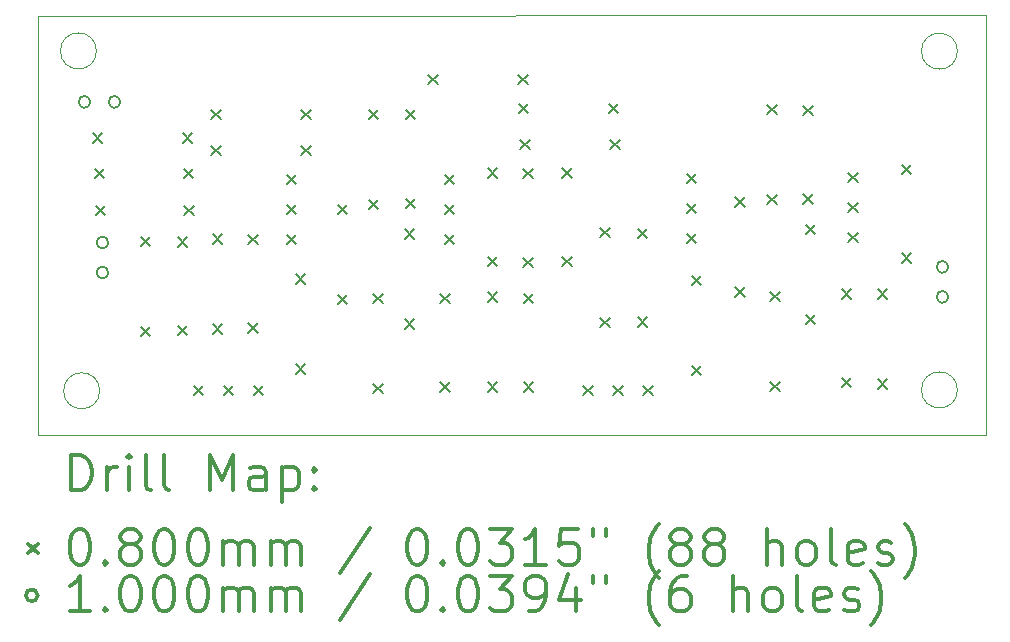
<source format=gbr>
%FSLAX45Y45*%
G04 Gerber Fmt 4.5, Leading zero omitted, Abs format (unit mm)*
G04 Created by KiCad (PCBNEW 5.1.12) date 2021-12-29 22:32:32*
%MOMM*%
%LPD*%
G01*
G04 APERTURE LIST*
%TA.AperFunction,Profile*%
%ADD10C,0.050000*%
%TD*%
%ADD11C,0.200000*%
%ADD12C,0.300000*%
G04 APERTURE END LIST*
D10*
X17627600Y-7493000D02*
G75*
G03*
X17627600Y-7493000I-152400J0D01*
G01*
X10337800Y-4622800D02*
G75*
G03*
X10337800Y-4622800I-152400J0D01*
G01*
X17627600Y-4624400D02*
G75*
G03*
X17627600Y-4624400I-152400J0D01*
G01*
X10365100Y-7500000D02*
G75*
G03*
X10365100Y-7500000I-152400J0D01*
G01*
X9842500Y-4323080D02*
X9842500Y-7874000D01*
X17868900Y-4320540D02*
X9842500Y-4323080D01*
X17868900Y-7874000D02*
X17868900Y-4320540D01*
X9842500Y-7874000D02*
X17868900Y-7874000D01*
D11*
X10307960Y-5321000D02*
X10387960Y-5401000D01*
X10387960Y-5321000D02*
X10307960Y-5401000D01*
X10325040Y-5620720D02*
X10405040Y-5700720D01*
X10405040Y-5620720D02*
X10325040Y-5700720D01*
X10330120Y-5935680D02*
X10410120Y-6015680D01*
X10410120Y-5935680D02*
X10330120Y-6015680D01*
X10714360Y-6194760D02*
X10794360Y-6274760D01*
X10794360Y-6194760D02*
X10714360Y-6274760D01*
X10714360Y-6956760D02*
X10794360Y-7036760D01*
X10794360Y-6956760D02*
X10714360Y-7036760D01*
X11024240Y-6199840D02*
X11104240Y-6279840D01*
X11104240Y-6199840D02*
X11024240Y-6279840D01*
X11024240Y-6949840D02*
X11104240Y-7029840D01*
X11104240Y-6949840D02*
X11024240Y-7029840D01*
X11069960Y-5321000D02*
X11149960Y-5401000D01*
X11149960Y-5321000D02*
X11069960Y-5401000D01*
X11075040Y-5620720D02*
X11155040Y-5700720D01*
X11155040Y-5620720D02*
X11075040Y-5700720D01*
X11080120Y-5935680D02*
X11160120Y-6015680D01*
X11160120Y-5935680D02*
X11080120Y-6015680D01*
X11160000Y-7460000D02*
X11240000Y-7540000D01*
X11240000Y-7460000D02*
X11160000Y-7540000D01*
X11308720Y-5122880D02*
X11388720Y-5202880D01*
X11388720Y-5122880D02*
X11308720Y-5202880D01*
X11308720Y-5427680D02*
X11388720Y-5507680D01*
X11388720Y-5427680D02*
X11308720Y-5507680D01*
X11323960Y-6174440D02*
X11403960Y-6254440D01*
X11403960Y-6174440D02*
X11323960Y-6254440D01*
X11323960Y-6936440D02*
X11403960Y-7016440D01*
X11403960Y-6936440D02*
X11323960Y-7016440D01*
X11414000Y-7460000D02*
X11494000Y-7540000D01*
X11494000Y-7460000D02*
X11414000Y-7540000D01*
X11623680Y-6179520D02*
X11703680Y-6259520D01*
X11703680Y-6179520D02*
X11623680Y-6259520D01*
X11623680Y-6929520D02*
X11703680Y-7009520D01*
X11703680Y-6929520D02*
X11623680Y-7009520D01*
X11668000Y-7460000D02*
X11748000Y-7540000D01*
X11748000Y-7460000D02*
X11668000Y-7540000D01*
X11948800Y-5671520D02*
X12028800Y-5751520D01*
X12028800Y-5671520D02*
X11948800Y-5751520D01*
X11948800Y-5925520D02*
X12028800Y-6005520D01*
X12028800Y-5925520D02*
X11948800Y-6005520D01*
X11948800Y-6179520D02*
X12028800Y-6259520D01*
X12028800Y-6179520D02*
X11948800Y-6259520D01*
X12025000Y-6514800D02*
X12105000Y-6594800D01*
X12105000Y-6514800D02*
X12025000Y-6594800D01*
X12025000Y-7276800D02*
X12105000Y-7356800D01*
X12105000Y-7276800D02*
X12025000Y-7356800D01*
X12070720Y-5122880D02*
X12150720Y-5202880D01*
X12150720Y-5122880D02*
X12070720Y-5202880D01*
X12070720Y-5427680D02*
X12150720Y-5507680D01*
X12150720Y-5427680D02*
X12070720Y-5507680D01*
X12380600Y-5925520D02*
X12460600Y-6005520D01*
X12460600Y-5925520D02*
X12380600Y-6005520D01*
X12380600Y-6687520D02*
X12460600Y-6767520D01*
X12460600Y-6687520D02*
X12380600Y-6767520D01*
X12644760Y-5122880D02*
X12724760Y-5202880D01*
X12724760Y-5122880D02*
X12644760Y-5202880D01*
X12644760Y-5884880D02*
X12724760Y-5964880D01*
X12724760Y-5884880D02*
X12644760Y-5964880D01*
X12680320Y-6677360D02*
X12760320Y-6757360D01*
X12760320Y-6677360D02*
X12680320Y-6757360D01*
X12680320Y-7439360D02*
X12760320Y-7519360D01*
X12760320Y-7439360D02*
X12680320Y-7519360D01*
X12949560Y-6133800D02*
X13029560Y-6213800D01*
X13029560Y-6133800D02*
X12949560Y-6213800D01*
X12949560Y-6895800D02*
X13029560Y-6975800D01*
X13029560Y-6895800D02*
X12949560Y-6975800D01*
X12954640Y-5122880D02*
X13034640Y-5202880D01*
X13034640Y-5122880D02*
X12954640Y-5202880D01*
X12954640Y-5872880D02*
X13034640Y-5952880D01*
X13034640Y-5872880D02*
X12954640Y-5952880D01*
X13147680Y-4823160D02*
X13227680Y-4903160D01*
X13227680Y-4823160D02*
X13147680Y-4903160D01*
X13249280Y-6677360D02*
X13329280Y-6757360D01*
X13329280Y-6677360D02*
X13249280Y-6757360D01*
X13249280Y-7427360D02*
X13329280Y-7507360D01*
X13329280Y-7427360D02*
X13249280Y-7507360D01*
X13286110Y-5670250D02*
X13366110Y-5750250D01*
X13366110Y-5670250D02*
X13286110Y-5750250D01*
X13286110Y-5924250D02*
X13366110Y-6004250D01*
X13366110Y-5924250D02*
X13286110Y-6004250D01*
X13286110Y-6178250D02*
X13366110Y-6258250D01*
X13366110Y-6178250D02*
X13286110Y-6258250D01*
X13650600Y-5617480D02*
X13730600Y-5697480D01*
X13730600Y-5617480D02*
X13650600Y-5697480D01*
X13650600Y-6367480D02*
X13730600Y-6447480D01*
X13730600Y-6367480D02*
X13650600Y-6447480D01*
X13650600Y-6667200D02*
X13730600Y-6747200D01*
X13730600Y-6667200D02*
X13650600Y-6747200D01*
X13650600Y-7429200D02*
X13730600Y-7509200D01*
X13730600Y-7429200D02*
X13650600Y-7509200D01*
X13909680Y-4823160D02*
X13989680Y-4903160D01*
X13989680Y-4823160D02*
X13909680Y-4903160D01*
X13914760Y-5072080D02*
X13994760Y-5152080D01*
X13994760Y-5072080D02*
X13914760Y-5152080D01*
X13924920Y-5376880D02*
X14004920Y-5456880D01*
X14004920Y-5376880D02*
X13924920Y-5456880D01*
X13950320Y-5622560D02*
X14030320Y-5702560D01*
X14030320Y-5622560D02*
X13950320Y-5702560D01*
X13950320Y-6372560D02*
X14030320Y-6452560D01*
X14030320Y-6372560D02*
X13950320Y-6452560D01*
X13955400Y-6677360D02*
X14035400Y-6757360D01*
X14035400Y-6677360D02*
X13955400Y-6757360D01*
X13955400Y-7427360D02*
X14035400Y-7507360D01*
X14035400Y-7427360D02*
X13955400Y-7507360D01*
X14280520Y-5617480D02*
X14360520Y-5697480D01*
X14360520Y-5617480D02*
X14280520Y-5697480D01*
X14280520Y-6367480D02*
X14360520Y-6447480D01*
X14360520Y-6367480D02*
X14280520Y-6447480D01*
X14460000Y-7460000D02*
X14540000Y-7540000D01*
X14540000Y-7460000D02*
X14460000Y-7540000D01*
X14603100Y-6121100D02*
X14683100Y-6201100D01*
X14683100Y-6121100D02*
X14603100Y-6201100D01*
X14603100Y-6883100D02*
X14683100Y-6963100D01*
X14683100Y-6883100D02*
X14603100Y-6963100D01*
X14676760Y-5072080D02*
X14756760Y-5152080D01*
X14756760Y-5072080D02*
X14676760Y-5152080D01*
X14686920Y-5376880D02*
X14766920Y-5456880D01*
X14766920Y-5376880D02*
X14686920Y-5456880D01*
X14714000Y-7460000D02*
X14794000Y-7540000D01*
X14794000Y-7460000D02*
X14714000Y-7540000D01*
X14920600Y-6126750D02*
X15000600Y-6206750D01*
X15000600Y-6126750D02*
X14920600Y-6206750D01*
X14920600Y-6876750D02*
X15000600Y-6956750D01*
X15000600Y-6876750D02*
X14920600Y-6956750D01*
X14968000Y-7460000D02*
X15048000Y-7540000D01*
X15048000Y-7460000D02*
X14968000Y-7540000D01*
X15334620Y-5663900D02*
X15414620Y-5743900D01*
X15414620Y-5663900D02*
X15334620Y-5743900D01*
X15334620Y-5917900D02*
X15414620Y-5997900D01*
X15414620Y-5917900D02*
X15334620Y-5997900D01*
X15334620Y-6171900D02*
X15414620Y-6251900D01*
X15414620Y-6171900D02*
X15334620Y-6251900D01*
X15377800Y-6527500D02*
X15457800Y-6607500D01*
X15457800Y-6527500D02*
X15377800Y-6607500D01*
X15377800Y-7289500D02*
X15457800Y-7369500D01*
X15457800Y-7289500D02*
X15377800Y-7369500D01*
X15746100Y-5860750D02*
X15826100Y-5940750D01*
X15826100Y-5860750D02*
X15746100Y-5940750D01*
X15746100Y-6622750D02*
X15826100Y-6702750D01*
X15826100Y-6622750D02*
X15746100Y-6702750D01*
X16019150Y-5079700D02*
X16099150Y-5159700D01*
X16099150Y-5079700D02*
X16019150Y-5159700D01*
X16019150Y-5841700D02*
X16099150Y-5921700D01*
X16099150Y-5841700D02*
X16019150Y-5921700D01*
X16044550Y-6660850D02*
X16124550Y-6740850D01*
X16124550Y-6660850D02*
X16044550Y-6740850D01*
X16044550Y-7422850D02*
X16124550Y-7502850D01*
X16124550Y-7422850D02*
X16044550Y-7502850D01*
X16323950Y-5086050D02*
X16403950Y-5166050D01*
X16403950Y-5086050D02*
X16323950Y-5166050D01*
X16323950Y-5836050D02*
X16403950Y-5916050D01*
X16403950Y-5836050D02*
X16323950Y-5916050D01*
X16343000Y-6095700D02*
X16423000Y-6175700D01*
X16423000Y-6095700D02*
X16343000Y-6175700D01*
X16343000Y-6857700D02*
X16423000Y-6937700D01*
X16423000Y-6857700D02*
X16343000Y-6937700D01*
X16647800Y-6640200D02*
X16727800Y-6720200D01*
X16727800Y-6640200D02*
X16647800Y-6720200D01*
X16647800Y-7390200D02*
X16727800Y-7470200D01*
X16727800Y-7390200D02*
X16647800Y-7470200D01*
X16704950Y-5656280D02*
X16784950Y-5736280D01*
X16784950Y-5656280D02*
X16704950Y-5736280D01*
X16704950Y-5910280D02*
X16784950Y-5990280D01*
X16784950Y-5910280D02*
X16704950Y-5990280D01*
X16704950Y-6164280D02*
X16784950Y-6244280D01*
X16784950Y-6164280D02*
X16704950Y-6244280D01*
X16952600Y-6640200D02*
X17032600Y-6720200D01*
X17032600Y-6640200D02*
X16952600Y-6720200D01*
X16952600Y-7402200D02*
X17032600Y-7482200D01*
X17032600Y-7402200D02*
X16952600Y-7482200D01*
X17155800Y-5587700D02*
X17235800Y-5667700D01*
X17235800Y-5587700D02*
X17155800Y-5667700D01*
X17155800Y-6337700D02*
X17235800Y-6417700D01*
X17235800Y-6337700D02*
X17155800Y-6417700D01*
X10286200Y-5054600D02*
G75*
G03*
X10286200Y-5054600I-50000J0D01*
G01*
X10438600Y-6244920D02*
G75*
G03*
X10438600Y-6244920I-50000J0D01*
G01*
X10438600Y-6498920D02*
G75*
G03*
X10438600Y-6498920I-50000J0D01*
G01*
X10540200Y-5054600D02*
G75*
G03*
X10540200Y-5054600I-50000J0D01*
G01*
X17550600Y-6451600D02*
G75*
G03*
X17550600Y-6451600I-50000J0D01*
G01*
X17550600Y-6705600D02*
G75*
G03*
X17550600Y-6705600I-50000J0D01*
G01*
D12*
X10126428Y-8342214D02*
X10126428Y-8042214D01*
X10197857Y-8042214D01*
X10240714Y-8056500D01*
X10269286Y-8085071D01*
X10283571Y-8113643D01*
X10297857Y-8170786D01*
X10297857Y-8213643D01*
X10283571Y-8270786D01*
X10269286Y-8299357D01*
X10240714Y-8327929D01*
X10197857Y-8342214D01*
X10126428Y-8342214D01*
X10426428Y-8342214D02*
X10426428Y-8142214D01*
X10426428Y-8199357D02*
X10440714Y-8170786D01*
X10455000Y-8156500D01*
X10483571Y-8142214D01*
X10512143Y-8142214D01*
X10612143Y-8342214D02*
X10612143Y-8142214D01*
X10612143Y-8042214D02*
X10597857Y-8056500D01*
X10612143Y-8070786D01*
X10626428Y-8056500D01*
X10612143Y-8042214D01*
X10612143Y-8070786D01*
X10797857Y-8342214D02*
X10769286Y-8327929D01*
X10755000Y-8299357D01*
X10755000Y-8042214D01*
X10955000Y-8342214D02*
X10926428Y-8327929D01*
X10912143Y-8299357D01*
X10912143Y-8042214D01*
X11297857Y-8342214D02*
X11297857Y-8042214D01*
X11397857Y-8256500D01*
X11497857Y-8042214D01*
X11497857Y-8342214D01*
X11769286Y-8342214D02*
X11769286Y-8185071D01*
X11755000Y-8156500D01*
X11726428Y-8142214D01*
X11669286Y-8142214D01*
X11640714Y-8156500D01*
X11769286Y-8327929D02*
X11740714Y-8342214D01*
X11669286Y-8342214D01*
X11640714Y-8327929D01*
X11626428Y-8299357D01*
X11626428Y-8270786D01*
X11640714Y-8242214D01*
X11669286Y-8227929D01*
X11740714Y-8227929D01*
X11769286Y-8213643D01*
X11912143Y-8142214D02*
X11912143Y-8442214D01*
X11912143Y-8156500D02*
X11940714Y-8142214D01*
X11997857Y-8142214D01*
X12026428Y-8156500D01*
X12040714Y-8170786D01*
X12055000Y-8199357D01*
X12055000Y-8285071D01*
X12040714Y-8313643D01*
X12026428Y-8327929D01*
X11997857Y-8342214D01*
X11940714Y-8342214D01*
X11912143Y-8327929D01*
X12183571Y-8313643D02*
X12197857Y-8327929D01*
X12183571Y-8342214D01*
X12169286Y-8327929D01*
X12183571Y-8313643D01*
X12183571Y-8342214D01*
X12183571Y-8156500D02*
X12197857Y-8170786D01*
X12183571Y-8185071D01*
X12169286Y-8170786D01*
X12183571Y-8156500D01*
X12183571Y-8185071D01*
X9760000Y-8796500D02*
X9840000Y-8876500D01*
X9840000Y-8796500D02*
X9760000Y-8876500D01*
X10183571Y-8672214D02*
X10212143Y-8672214D01*
X10240714Y-8686500D01*
X10255000Y-8700786D01*
X10269286Y-8729357D01*
X10283571Y-8786500D01*
X10283571Y-8857929D01*
X10269286Y-8915072D01*
X10255000Y-8943643D01*
X10240714Y-8957929D01*
X10212143Y-8972214D01*
X10183571Y-8972214D01*
X10155000Y-8957929D01*
X10140714Y-8943643D01*
X10126428Y-8915072D01*
X10112143Y-8857929D01*
X10112143Y-8786500D01*
X10126428Y-8729357D01*
X10140714Y-8700786D01*
X10155000Y-8686500D01*
X10183571Y-8672214D01*
X10412143Y-8943643D02*
X10426428Y-8957929D01*
X10412143Y-8972214D01*
X10397857Y-8957929D01*
X10412143Y-8943643D01*
X10412143Y-8972214D01*
X10597857Y-8800786D02*
X10569286Y-8786500D01*
X10555000Y-8772214D01*
X10540714Y-8743643D01*
X10540714Y-8729357D01*
X10555000Y-8700786D01*
X10569286Y-8686500D01*
X10597857Y-8672214D01*
X10655000Y-8672214D01*
X10683571Y-8686500D01*
X10697857Y-8700786D01*
X10712143Y-8729357D01*
X10712143Y-8743643D01*
X10697857Y-8772214D01*
X10683571Y-8786500D01*
X10655000Y-8800786D01*
X10597857Y-8800786D01*
X10569286Y-8815072D01*
X10555000Y-8829357D01*
X10540714Y-8857929D01*
X10540714Y-8915072D01*
X10555000Y-8943643D01*
X10569286Y-8957929D01*
X10597857Y-8972214D01*
X10655000Y-8972214D01*
X10683571Y-8957929D01*
X10697857Y-8943643D01*
X10712143Y-8915072D01*
X10712143Y-8857929D01*
X10697857Y-8829357D01*
X10683571Y-8815072D01*
X10655000Y-8800786D01*
X10897857Y-8672214D02*
X10926428Y-8672214D01*
X10955000Y-8686500D01*
X10969286Y-8700786D01*
X10983571Y-8729357D01*
X10997857Y-8786500D01*
X10997857Y-8857929D01*
X10983571Y-8915072D01*
X10969286Y-8943643D01*
X10955000Y-8957929D01*
X10926428Y-8972214D01*
X10897857Y-8972214D01*
X10869286Y-8957929D01*
X10855000Y-8943643D01*
X10840714Y-8915072D01*
X10826428Y-8857929D01*
X10826428Y-8786500D01*
X10840714Y-8729357D01*
X10855000Y-8700786D01*
X10869286Y-8686500D01*
X10897857Y-8672214D01*
X11183571Y-8672214D02*
X11212143Y-8672214D01*
X11240714Y-8686500D01*
X11255000Y-8700786D01*
X11269286Y-8729357D01*
X11283571Y-8786500D01*
X11283571Y-8857929D01*
X11269286Y-8915072D01*
X11255000Y-8943643D01*
X11240714Y-8957929D01*
X11212143Y-8972214D01*
X11183571Y-8972214D01*
X11155000Y-8957929D01*
X11140714Y-8943643D01*
X11126428Y-8915072D01*
X11112143Y-8857929D01*
X11112143Y-8786500D01*
X11126428Y-8729357D01*
X11140714Y-8700786D01*
X11155000Y-8686500D01*
X11183571Y-8672214D01*
X11412143Y-8972214D02*
X11412143Y-8772214D01*
X11412143Y-8800786D02*
X11426428Y-8786500D01*
X11455000Y-8772214D01*
X11497857Y-8772214D01*
X11526428Y-8786500D01*
X11540714Y-8815072D01*
X11540714Y-8972214D01*
X11540714Y-8815072D02*
X11555000Y-8786500D01*
X11583571Y-8772214D01*
X11626428Y-8772214D01*
X11655000Y-8786500D01*
X11669286Y-8815072D01*
X11669286Y-8972214D01*
X11812143Y-8972214D02*
X11812143Y-8772214D01*
X11812143Y-8800786D02*
X11826428Y-8786500D01*
X11855000Y-8772214D01*
X11897857Y-8772214D01*
X11926428Y-8786500D01*
X11940714Y-8815072D01*
X11940714Y-8972214D01*
X11940714Y-8815072D02*
X11955000Y-8786500D01*
X11983571Y-8772214D01*
X12026428Y-8772214D01*
X12055000Y-8786500D01*
X12069286Y-8815072D01*
X12069286Y-8972214D01*
X12655000Y-8657929D02*
X12397857Y-9043643D01*
X13040714Y-8672214D02*
X13069286Y-8672214D01*
X13097857Y-8686500D01*
X13112143Y-8700786D01*
X13126428Y-8729357D01*
X13140714Y-8786500D01*
X13140714Y-8857929D01*
X13126428Y-8915072D01*
X13112143Y-8943643D01*
X13097857Y-8957929D01*
X13069286Y-8972214D01*
X13040714Y-8972214D01*
X13012143Y-8957929D01*
X12997857Y-8943643D01*
X12983571Y-8915072D01*
X12969286Y-8857929D01*
X12969286Y-8786500D01*
X12983571Y-8729357D01*
X12997857Y-8700786D01*
X13012143Y-8686500D01*
X13040714Y-8672214D01*
X13269286Y-8943643D02*
X13283571Y-8957929D01*
X13269286Y-8972214D01*
X13255000Y-8957929D01*
X13269286Y-8943643D01*
X13269286Y-8972214D01*
X13469286Y-8672214D02*
X13497857Y-8672214D01*
X13526428Y-8686500D01*
X13540714Y-8700786D01*
X13555000Y-8729357D01*
X13569286Y-8786500D01*
X13569286Y-8857929D01*
X13555000Y-8915072D01*
X13540714Y-8943643D01*
X13526428Y-8957929D01*
X13497857Y-8972214D01*
X13469286Y-8972214D01*
X13440714Y-8957929D01*
X13426428Y-8943643D01*
X13412143Y-8915072D01*
X13397857Y-8857929D01*
X13397857Y-8786500D01*
X13412143Y-8729357D01*
X13426428Y-8700786D01*
X13440714Y-8686500D01*
X13469286Y-8672214D01*
X13669286Y-8672214D02*
X13855000Y-8672214D01*
X13755000Y-8786500D01*
X13797857Y-8786500D01*
X13826428Y-8800786D01*
X13840714Y-8815072D01*
X13855000Y-8843643D01*
X13855000Y-8915072D01*
X13840714Y-8943643D01*
X13826428Y-8957929D01*
X13797857Y-8972214D01*
X13712143Y-8972214D01*
X13683571Y-8957929D01*
X13669286Y-8943643D01*
X14140714Y-8972214D02*
X13969286Y-8972214D01*
X14055000Y-8972214D02*
X14055000Y-8672214D01*
X14026428Y-8715072D01*
X13997857Y-8743643D01*
X13969286Y-8757929D01*
X14412143Y-8672214D02*
X14269286Y-8672214D01*
X14255000Y-8815072D01*
X14269286Y-8800786D01*
X14297857Y-8786500D01*
X14369286Y-8786500D01*
X14397857Y-8800786D01*
X14412143Y-8815072D01*
X14426428Y-8843643D01*
X14426428Y-8915072D01*
X14412143Y-8943643D01*
X14397857Y-8957929D01*
X14369286Y-8972214D01*
X14297857Y-8972214D01*
X14269286Y-8957929D01*
X14255000Y-8943643D01*
X14540714Y-8672214D02*
X14540714Y-8729357D01*
X14655000Y-8672214D02*
X14655000Y-8729357D01*
X15097857Y-9086500D02*
X15083571Y-9072214D01*
X15055000Y-9029357D01*
X15040714Y-9000786D01*
X15026428Y-8957929D01*
X15012143Y-8886500D01*
X15012143Y-8829357D01*
X15026428Y-8757929D01*
X15040714Y-8715072D01*
X15055000Y-8686500D01*
X15083571Y-8643643D01*
X15097857Y-8629357D01*
X15255000Y-8800786D02*
X15226428Y-8786500D01*
X15212143Y-8772214D01*
X15197857Y-8743643D01*
X15197857Y-8729357D01*
X15212143Y-8700786D01*
X15226428Y-8686500D01*
X15255000Y-8672214D01*
X15312143Y-8672214D01*
X15340714Y-8686500D01*
X15355000Y-8700786D01*
X15369286Y-8729357D01*
X15369286Y-8743643D01*
X15355000Y-8772214D01*
X15340714Y-8786500D01*
X15312143Y-8800786D01*
X15255000Y-8800786D01*
X15226428Y-8815072D01*
X15212143Y-8829357D01*
X15197857Y-8857929D01*
X15197857Y-8915072D01*
X15212143Y-8943643D01*
X15226428Y-8957929D01*
X15255000Y-8972214D01*
X15312143Y-8972214D01*
X15340714Y-8957929D01*
X15355000Y-8943643D01*
X15369286Y-8915072D01*
X15369286Y-8857929D01*
X15355000Y-8829357D01*
X15340714Y-8815072D01*
X15312143Y-8800786D01*
X15540714Y-8800786D02*
X15512143Y-8786500D01*
X15497857Y-8772214D01*
X15483571Y-8743643D01*
X15483571Y-8729357D01*
X15497857Y-8700786D01*
X15512143Y-8686500D01*
X15540714Y-8672214D01*
X15597857Y-8672214D01*
X15626428Y-8686500D01*
X15640714Y-8700786D01*
X15655000Y-8729357D01*
X15655000Y-8743643D01*
X15640714Y-8772214D01*
X15626428Y-8786500D01*
X15597857Y-8800786D01*
X15540714Y-8800786D01*
X15512143Y-8815072D01*
X15497857Y-8829357D01*
X15483571Y-8857929D01*
X15483571Y-8915072D01*
X15497857Y-8943643D01*
X15512143Y-8957929D01*
X15540714Y-8972214D01*
X15597857Y-8972214D01*
X15626428Y-8957929D01*
X15640714Y-8943643D01*
X15655000Y-8915072D01*
X15655000Y-8857929D01*
X15640714Y-8829357D01*
X15626428Y-8815072D01*
X15597857Y-8800786D01*
X16012143Y-8972214D02*
X16012143Y-8672214D01*
X16140714Y-8972214D02*
X16140714Y-8815072D01*
X16126428Y-8786500D01*
X16097857Y-8772214D01*
X16055000Y-8772214D01*
X16026428Y-8786500D01*
X16012143Y-8800786D01*
X16326428Y-8972214D02*
X16297857Y-8957929D01*
X16283571Y-8943643D01*
X16269286Y-8915072D01*
X16269286Y-8829357D01*
X16283571Y-8800786D01*
X16297857Y-8786500D01*
X16326428Y-8772214D01*
X16369286Y-8772214D01*
X16397857Y-8786500D01*
X16412143Y-8800786D01*
X16426428Y-8829357D01*
X16426428Y-8915072D01*
X16412143Y-8943643D01*
X16397857Y-8957929D01*
X16369286Y-8972214D01*
X16326428Y-8972214D01*
X16597857Y-8972214D02*
X16569286Y-8957929D01*
X16555000Y-8929357D01*
X16555000Y-8672214D01*
X16826428Y-8957929D02*
X16797857Y-8972214D01*
X16740714Y-8972214D01*
X16712143Y-8957929D01*
X16697857Y-8929357D01*
X16697857Y-8815072D01*
X16712143Y-8786500D01*
X16740714Y-8772214D01*
X16797857Y-8772214D01*
X16826428Y-8786500D01*
X16840714Y-8815072D01*
X16840714Y-8843643D01*
X16697857Y-8872214D01*
X16955000Y-8957929D02*
X16983571Y-8972214D01*
X17040714Y-8972214D01*
X17069286Y-8957929D01*
X17083571Y-8929357D01*
X17083571Y-8915072D01*
X17069286Y-8886500D01*
X17040714Y-8872214D01*
X16997857Y-8872214D01*
X16969286Y-8857929D01*
X16955000Y-8829357D01*
X16955000Y-8815072D01*
X16969286Y-8786500D01*
X16997857Y-8772214D01*
X17040714Y-8772214D01*
X17069286Y-8786500D01*
X17183571Y-9086500D02*
X17197857Y-9072214D01*
X17226428Y-9029357D01*
X17240714Y-9000786D01*
X17255000Y-8957929D01*
X17269286Y-8886500D01*
X17269286Y-8829357D01*
X17255000Y-8757929D01*
X17240714Y-8715072D01*
X17226428Y-8686500D01*
X17197857Y-8643643D01*
X17183571Y-8629357D01*
X9840000Y-9232500D02*
G75*
G03*
X9840000Y-9232500I-50000J0D01*
G01*
X10283571Y-9368214D02*
X10112143Y-9368214D01*
X10197857Y-9368214D02*
X10197857Y-9068214D01*
X10169286Y-9111072D01*
X10140714Y-9139643D01*
X10112143Y-9153929D01*
X10412143Y-9339643D02*
X10426428Y-9353929D01*
X10412143Y-9368214D01*
X10397857Y-9353929D01*
X10412143Y-9339643D01*
X10412143Y-9368214D01*
X10612143Y-9068214D02*
X10640714Y-9068214D01*
X10669286Y-9082500D01*
X10683571Y-9096786D01*
X10697857Y-9125357D01*
X10712143Y-9182500D01*
X10712143Y-9253929D01*
X10697857Y-9311072D01*
X10683571Y-9339643D01*
X10669286Y-9353929D01*
X10640714Y-9368214D01*
X10612143Y-9368214D01*
X10583571Y-9353929D01*
X10569286Y-9339643D01*
X10555000Y-9311072D01*
X10540714Y-9253929D01*
X10540714Y-9182500D01*
X10555000Y-9125357D01*
X10569286Y-9096786D01*
X10583571Y-9082500D01*
X10612143Y-9068214D01*
X10897857Y-9068214D02*
X10926428Y-9068214D01*
X10955000Y-9082500D01*
X10969286Y-9096786D01*
X10983571Y-9125357D01*
X10997857Y-9182500D01*
X10997857Y-9253929D01*
X10983571Y-9311072D01*
X10969286Y-9339643D01*
X10955000Y-9353929D01*
X10926428Y-9368214D01*
X10897857Y-9368214D01*
X10869286Y-9353929D01*
X10855000Y-9339643D01*
X10840714Y-9311072D01*
X10826428Y-9253929D01*
X10826428Y-9182500D01*
X10840714Y-9125357D01*
X10855000Y-9096786D01*
X10869286Y-9082500D01*
X10897857Y-9068214D01*
X11183571Y-9068214D02*
X11212143Y-9068214D01*
X11240714Y-9082500D01*
X11255000Y-9096786D01*
X11269286Y-9125357D01*
X11283571Y-9182500D01*
X11283571Y-9253929D01*
X11269286Y-9311072D01*
X11255000Y-9339643D01*
X11240714Y-9353929D01*
X11212143Y-9368214D01*
X11183571Y-9368214D01*
X11155000Y-9353929D01*
X11140714Y-9339643D01*
X11126428Y-9311072D01*
X11112143Y-9253929D01*
X11112143Y-9182500D01*
X11126428Y-9125357D01*
X11140714Y-9096786D01*
X11155000Y-9082500D01*
X11183571Y-9068214D01*
X11412143Y-9368214D02*
X11412143Y-9168214D01*
X11412143Y-9196786D02*
X11426428Y-9182500D01*
X11455000Y-9168214D01*
X11497857Y-9168214D01*
X11526428Y-9182500D01*
X11540714Y-9211072D01*
X11540714Y-9368214D01*
X11540714Y-9211072D02*
X11555000Y-9182500D01*
X11583571Y-9168214D01*
X11626428Y-9168214D01*
X11655000Y-9182500D01*
X11669286Y-9211072D01*
X11669286Y-9368214D01*
X11812143Y-9368214D02*
X11812143Y-9168214D01*
X11812143Y-9196786D02*
X11826428Y-9182500D01*
X11855000Y-9168214D01*
X11897857Y-9168214D01*
X11926428Y-9182500D01*
X11940714Y-9211072D01*
X11940714Y-9368214D01*
X11940714Y-9211072D02*
X11955000Y-9182500D01*
X11983571Y-9168214D01*
X12026428Y-9168214D01*
X12055000Y-9182500D01*
X12069286Y-9211072D01*
X12069286Y-9368214D01*
X12655000Y-9053929D02*
X12397857Y-9439643D01*
X13040714Y-9068214D02*
X13069286Y-9068214D01*
X13097857Y-9082500D01*
X13112143Y-9096786D01*
X13126428Y-9125357D01*
X13140714Y-9182500D01*
X13140714Y-9253929D01*
X13126428Y-9311072D01*
X13112143Y-9339643D01*
X13097857Y-9353929D01*
X13069286Y-9368214D01*
X13040714Y-9368214D01*
X13012143Y-9353929D01*
X12997857Y-9339643D01*
X12983571Y-9311072D01*
X12969286Y-9253929D01*
X12969286Y-9182500D01*
X12983571Y-9125357D01*
X12997857Y-9096786D01*
X13012143Y-9082500D01*
X13040714Y-9068214D01*
X13269286Y-9339643D02*
X13283571Y-9353929D01*
X13269286Y-9368214D01*
X13255000Y-9353929D01*
X13269286Y-9339643D01*
X13269286Y-9368214D01*
X13469286Y-9068214D02*
X13497857Y-9068214D01*
X13526428Y-9082500D01*
X13540714Y-9096786D01*
X13555000Y-9125357D01*
X13569286Y-9182500D01*
X13569286Y-9253929D01*
X13555000Y-9311072D01*
X13540714Y-9339643D01*
X13526428Y-9353929D01*
X13497857Y-9368214D01*
X13469286Y-9368214D01*
X13440714Y-9353929D01*
X13426428Y-9339643D01*
X13412143Y-9311072D01*
X13397857Y-9253929D01*
X13397857Y-9182500D01*
X13412143Y-9125357D01*
X13426428Y-9096786D01*
X13440714Y-9082500D01*
X13469286Y-9068214D01*
X13669286Y-9068214D02*
X13855000Y-9068214D01*
X13755000Y-9182500D01*
X13797857Y-9182500D01*
X13826428Y-9196786D01*
X13840714Y-9211072D01*
X13855000Y-9239643D01*
X13855000Y-9311072D01*
X13840714Y-9339643D01*
X13826428Y-9353929D01*
X13797857Y-9368214D01*
X13712143Y-9368214D01*
X13683571Y-9353929D01*
X13669286Y-9339643D01*
X13997857Y-9368214D02*
X14055000Y-9368214D01*
X14083571Y-9353929D01*
X14097857Y-9339643D01*
X14126428Y-9296786D01*
X14140714Y-9239643D01*
X14140714Y-9125357D01*
X14126428Y-9096786D01*
X14112143Y-9082500D01*
X14083571Y-9068214D01*
X14026428Y-9068214D01*
X13997857Y-9082500D01*
X13983571Y-9096786D01*
X13969286Y-9125357D01*
X13969286Y-9196786D01*
X13983571Y-9225357D01*
X13997857Y-9239643D01*
X14026428Y-9253929D01*
X14083571Y-9253929D01*
X14112143Y-9239643D01*
X14126428Y-9225357D01*
X14140714Y-9196786D01*
X14397857Y-9168214D02*
X14397857Y-9368214D01*
X14326428Y-9053929D02*
X14255000Y-9268214D01*
X14440714Y-9268214D01*
X14540714Y-9068214D02*
X14540714Y-9125357D01*
X14655000Y-9068214D02*
X14655000Y-9125357D01*
X15097857Y-9482500D02*
X15083571Y-9468214D01*
X15055000Y-9425357D01*
X15040714Y-9396786D01*
X15026428Y-9353929D01*
X15012143Y-9282500D01*
X15012143Y-9225357D01*
X15026428Y-9153929D01*
X15040714Y-9111072D01*
X15055000Y-9082500D01*
X15083571Y-9039643D01*
X15097857Y-9025357D01*
X15340714Y-9068214D02*
X15283571Y-9068214D01*
X15255000Y-9082500D01*
X15240714Y-9096786D01*
X15212143Y-9139643D01*
X15197857Y-9196786D01*
X15197857Y-9311072D01*
X15212143Y-9339643D01*
X15226428Y-9353929D01*
X15255000Y-9368214D01*
X15312143Y-9368214D01*
X15340714Y-9353929D01*
X15355000Y-9339643D01*
X15369286Y-9311072D01*
X15369286Y-9239643D01*
X15355000Y-9211072D01*
X15340714Y-9196786D01*
X15312143Y-9182500D01*
X15255000Y-9182500D01*
X15226428Y-9196786D01*
X15212143Y-9211072D01*
X15197857Y-9239643D01*
X15726428Y-9368214D02*
X15726428Y-9068214D01*
X15855000Y-9368214D02*
X15855000Y-9211072D01*
X15840714Y-9182500D01*
X15812143Y-9168214D01*
X15769286Y-9168214D01*
X15740714Y-9182500D01*
X15726428Y-9196786D01*
X16040714Y-9368214D02*
X16012143Y-9353929D01*
X15997857Y-9339643D01*
X15983571Y-9311072D01*
X15983571Y-9225357D01*
X15997857Y-9196786D01*
X16012143Y-9182500D01*
X16040714Y-9168214D01*
X16083571Y-9168214D01*
X16112143Y-9182500D01*
X16126428Y-9196786D01*
X16140714Y-9225357D01*
X16140714Y-9311072D01*
X16126428Y-9339643D01*
X16112143Y-9353929D01*
X16083571Y-9368214D01*
X16040714Y-9368214D01*
X16312143Y-9368214D02*
X16283571Y-9353929D01*
X16269286Y-9325357D01*
X16269286Y-9068214D01*
X16540714Y-9353929D02*
X16512143Y-9368214D01*
X16455000Y-9368214D01*
X16426428Y-9353929D01*
X16412143Y-9325357D01*
X16412143Y-9211072D01*
X16426428Y-9182500D01*
X16455000Y-9168214D01*
X16512143Y-9168214D01*
X16540714Y-9182500D01*
X16555000Y-9211072D01*
X16555000Y-9239643D01*
X16412143Y-9268214D01*
X16669286Y-9353929D02*
X16697857Y-9368214D01*
X16755000Y-9368214D01*
X16783571Y-9353929D01*
X16797857Y-9325357D01*
X16797857Y-9311072D01*
X16783571Y-9282500D01*
X16755000Y-9268214D01*
X16712143Y-9268214D01*
X16683571Y-9253929D01*
X16669286Y-9225357D01*
X16669286Y-9211072D01*
X16683571Y-9182500D01*
X16712143Y-9168214D01*
X16755000Y-9168214D01*
X16783571Y-9182500D01*
X16897857Y-9482500D02*
X16912143Y-9468214D01*
X16940714Y-9425357D01*
X16955000Y-9396786D01*
X16969286Y-9353929D01*
X16983571Y-9282500D01*
X16983571Y-9225357D01*
X16969286Y-9153929D01*
X16955000Y-9111072D01*
X16940714Y-9082500D01*
X16912143Y-9039643D01*
X16897857Y-9025357D01*
M02*

</source>
